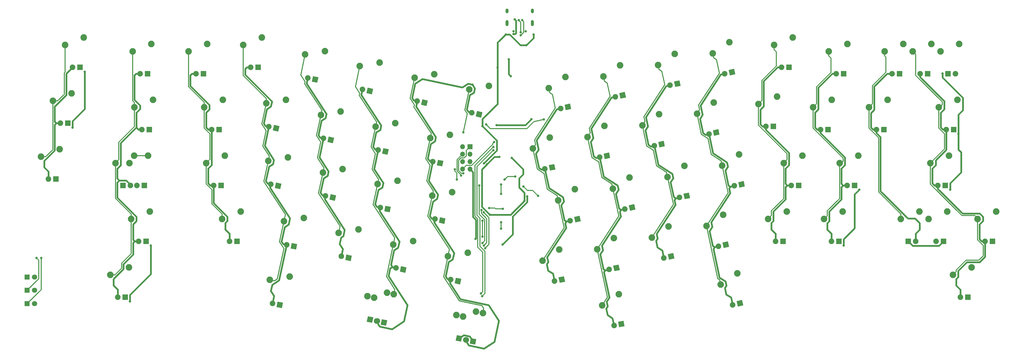
<source format=gbr>
G04 #@! TF.GenerationSoftware,KiCad,Pcbnew,5.1.9*
G04 #@! TF.CreationDate,2021-03-27T18:28:55-04:00*
G04 #@! TF.ProjectId,Cordillera,436f7264-696c-46c6-9572-612e6b696361,rev?*
G04 #@! TF.SameCoordinates,Original*
G04 #@! TF.FileFunction,Copper,L1,Top*
G04 #@! TF.FilePolarity,Positive*
%FSLAX46Y46*%
G04 Gerber Fmt 4.6, Leading zero omitted, Abs format (unit mm)*
G04 Created by KiCad (PCBNEW 5.1.9) date 2021-03-27 18:28:55*
%MOMM*%
%LPD*%
G01*
G04 APERTURE LIST*
G04 #@! TA.AperFunction,ComponentPad*
%ADD10O,1.000000X2.100000*%
G04 #@! TD*
G04 #@! TA.AperFunction,ComponentPad*
%ADD11O,1.000000X1.600000*%
G04 #@! TD*
G04 #@! TA.AperFunction,ComponentPad*
%ADD12O,1.700000X1.700000*%
G04 #@! TD*
G04 #@! TA.AperFunction,ComponentPad*
%ADD13R,1.700000X1.700000*%
G04 #@! TD*
G04 #@! TA.AperFunction,ComponentPad*
%ADD14C,1.800000*%
G04 #@! TD*
G04 #@! TA.AperFunction,ComponentPad*
%ADD15R,1.800000X1.800000*%
G04 #@! TD*
G04 #@! TA.AperFunction,ComponentPad*
%ADD16C,0.100000*%
G04 #@! TD*
G04 #@! TA.AperFunction,ComponentPad*
%ADD17C,1.905000*%
G04 #@! TD*
G04 #@! TA.AperFunction,ComponentPad*
%ADD18C,2.250000*%
G04 #@! TD*
G04 #@! TA.AperFunction,ComponentPad*
%ADD19R,1.905000X1.905000*%
G04 #@! TD*
G04 #@! TA.AperFunction,ViaPad*
%ADD20C,0.800000*%
G04 #@! TD*
G04 #@! TA.AperFunction,Conductor*
%ADD21C,0.600000*%
G04 #@! TD*
G04 #@! TA.AperFunction,Conductor*
%ADD22C,0.300000*%
G04 #@! TD*
G04 #@! TA.AperFunction,Conductor*
%ADD23C,0.200000*%
G04 #@! TD*
G04 APERTURE END LIST*
D10*
X155049998Y10000002D03*
X163689998Y10000002D03*
D11*
X155049998Y14180002D03*
X163689998Y14180002D03*
D12*
X139877591Y-39796639D03*
X142417591Y-39796639D03*
X139877591Y-37256639D03*
X142417591Y-37256639D03*
X139877591Y-34716639D03*
X142417591Y-34716639D03*
X139877591Y-32176639D03*
D13*
X142417591Y-32176639D03*
D14*
X-6010003Y-76620000D03*
D15*
X-8550003Y-76620000D03*
G04 #@! TA.AperFunction,ComponentPad*
D16*
G36*
X212334789Y-11774663D02*
G01*
X211938718Y-9911292D01*
X213802089Y-9515221D01*
X214198160Y-11378592D01*
X212334789Y-11774663D01*
G37*
G04 #@! TD.AperFunction*
D17*
X210583944Y-11173038D03*
D18*
X206515162Y-4247649D03*
X212198304Y-442914D03*
D19*
X56930000Y-26270000D03*
D17*
X54390000Y-26270000D03*
D18*
X51850000Y-18650000D03*
X58200000Y-16110000D03*
D19*
X305360000Y-7220000D03*
D17*
X307900000Y-7220000D03*
D18*
X302820000Y400000D03*
X309170000Y2940000D03*
G04 #@! TA.AperFunction,ComponentPad*
D16*
G36*
X88496335Y-9926688D02*
G01*
X88892406Y-8063317D01*
X90755777Y-8459388D01*
X90359706Y-10322759D01*
X88496335Y-9926688D01*
G37*
G04 #@! TD.AperFunction*
D17*
X87141561Y-8664942D03*
D18*
X86241353Y-683362D03*
X92980686Y480894D03*
D14*
X-6010006Y-85620000D03*
D15*
X-8550006Y-85620000D03*
D14*
X-6010005Y-81120000D03*
D15*
X-8550005Y-81120000D03*
D19*
X307310000Y-26270000D03*
D17*
X304770000Y-26270000D03*
D18*
X302230000Y-18650000D03*
X308580000Y-16110000D03*
D19*
X312070000Y-83470000D03*
D17*
X309530000Y-83470000D03*
D18*
X306990000Y-75850000D03*
X313340000Y-73310000D03*
G04 #@! TA.AperFunction,ComponentPad*
D16*
G36*
X233674789Y-86674663D02*
G01*
X233278718Y-84811292D01*
X235142089Y-84415221D01*
X235538160Y-86278592D01*
X233674789Y-86674663D01*
G37*
G04 #@! TD.AperFunction*
D17*
X231923944Y-86073038D03*
D18*
X227855162Y-79147649D03*
X233538304Y-75342914D03*
G04 #@! TA.AperFunction,ComponentPad*
D16*
G36*
X111986335Y-92826688D02*
G01*
X112382406Y-90963317D01*
X114245777Y-91359388D01*
X113849706Y-93222759D01*
X111986335Y-92826688D01*
G37*
G04 #@! TD.AperFunction*
D17*
X110631561Y-91564942D03*
D18*
X109731353Y-83583362D03*
X116470686Y-82419106D03*
G04 #@! TA.AperFunction,ComponentPad*
D16*
G36*
X107211840Y-91808592D02*
G01*
X107607911Y-89945221D01*
X109471282Y-90341292D01*
X109075211Y-92204663D01*
X107211840Y-91808592D01*
G37*
G04 #@! TD.AperFunction*
D17*
X110826056Y-91603038D03*
D18*
X107441353Y-83093362D03*
X114180686Y-81929106D03*
G04 #@! TA.AperFunction,ComponentPad*
D16*
G36*
X137511840Y-98248592D02*
G01*
X137907911Y-96385221D01*
X139771282Y-96781292D01*
X139375211Y-98644663D01*
X137511840Y-98248592D01*
G37*
G04 #@! TD.AperFunction*
D17*
X141126056Y-98043038D03*
D18*
X137741353Y-89533362D03*
X144480686Y-88369106D03*
G04 #@! TA.AperFunction,ComponentPad*
D16*
G36*
X193264789Y-93734663D02*
G01*
X192868718Y-91871292D01*
X194732089Y-91475221D01*
X195128160Y-93338592D01*
X193264789Y-93734663D01*
G37*
G04 #@! TD.AperFunction*
D17*
X191513944Y-93133038D03*
D18*
X187445162Y-86207649D03*
X193128304Y-82402914D03*
G04 #@! TA.AperFunction,ComponentPad*
D16*
G36*
X76456335Y-86806688D02*
G01*
X76852406Y-84943317D01*
X78715777Y-85339388D01*
X78319706Y-87202759D01*
X76456335Y-86806688D01*
G37*
G04 #@! TD.AperFunction*
D17*
X75101561Y-85544942D03*
D18*
X74201353Y-77563362D03*
X80940686Y-76399106D03*
D19*
X291780000Y-64370000D03*
D17*
X294320000Y-64370000D03*
D18*
X289240000Y-56750000D03*
X295590000Y-54210000D03*
D19*
X303840000Y-64370000D03*
D17*
X301300000Y-64370000D03*
D18*
X298760000Y-56750000D03*
X305110000Y-54210000D03*
D19*
X304430000Y-45320000D03*
D17*
X301890000Y-45320000D03*
D18*
X299350000Y-37700000D03*
X305700000Y-35160000D03*
D19*
X24130000Y-45320000D03*
D17*
X26670000Y-45320000D03*
D18*
X21590000Y-37700000D03*
X27940000Y-35160000D03*
D19*
X24890000Y-83420000D03*
D17*
X22350000Y-83420000D03*
D18*
X19810000Y-75800000D03*
X26160000Y-73260000D03*
D19*
X298380000Y-7220000D03*
D17*
X295840000Y-7220000D03*
D18*
X293300000Y400000D03*
X299650000Y2940000D03*
G04 #@! TA.AperFunction,ComponentPad*
D16*
G36*
X142306335Y-99266688D02*
G01*
X142702406Y-97403317D01*
X144565777Y-97799388D01*
X144169706Y-99662759D01*
X142306335Y-99266688D01*
G37*
G04 #@! TD.AperFunction*
D17*
X140951561Y-98004942D03*
D18*
X140051353Y-90023362D03*
X146790686Y-88859106D03*
D19*
X31430000Y-45320000D03*
D17*
X28890000Y-45320000D03*
D18*
X26350000Y-37700000D03*
X32700000Y-35160000D03*
D19*
X33120000Y-26270000D03*
D17*
X30580000Y-26270000D03*
D18*
X28040000Y-18650000D03*
X34390000Y-16110000D03*
D19*
X32030000Y-64370000D03*
D17*
X29490000Y-64370000D03*
D18*
X26950000Y-56750000D03*
X33300000Y-54210000D03*
D19*
X320510000Y-64370000D03*
D17*
X317970000Y-64370000D03*
D18*
X315430000Y-56750000D03*
X321780000Y-54210000D03*
D19*
X283490000Y-26270000D03*
D17*
X280950000Y-26270000D03*
D18*
X278410000Y-18650000D03*
X284760000Y-16110000D03*
D19*
X288850000Y-7220000D03*
D17*
X286310000Y-7220000D03*
D18*
X283770000Y400000D03*
X290120000Y2940000D03*
D19*
X268120000Y-64370000D03*
D17*
X265580000Y-64370000D03*
D18*
X263040000Y-56750000D03*
X269390000Y-54210000D03*
D19*
X273480000Y-45320000D03*
D17*
X270940000Y-45320000D03*
D18*
X268400000Y-37700000D03*
X274750000Y-35160000D03*
D19*
X264440000Y-26270000D03*
D17*
X261900000Y-26270000D03*
D18*
X259360000Y-18650000D03*
X265710000Y-16110000D03*
D19*
X269800000Y-7220000D03*
D17*
X267260000Y-7220000D03*
D18*
X264720000Y400000D03*
X271070000Y2940000D03*
D19*
X249070000Y-64370000D03*
D17*
X246530000Y-64370000D03*
D18*
X243990000Y-56750000D03*
X250340000Y-54210000D03*
D19*
X254430000Y-45320000D03*
D17*
X251890000Y-45320000D03*
D18*
X249350000Y-37700000D03*
X255700000Y-35160000D03*
D19*
X245810000Y-25210000D03*
D17*
X243270000Y-25210000D03*
D18*
X240730000Y-17590000D03*
X247080000Y-15050000D03*
D19*
X251170000Y-5080000D03*
D17*
X248630000Y-5080000D03*
D18*
X246090000Y2540000D03*
X252440000Y5080000D03*
G04 #@! TA.AperFunction,ComponentPad*
D16*
G36*
X228864789Y-66684663D02*
G01*
X228468718Y-64821292D01*
X230332089Y-64425221D01*
X230728160Y-66288592D01*
X228864789Y-66684663D01*
G37*
G04 #@! TD.AperFunction*
D17*
X227113944Y-66083038D03*
D18*
X223045162Y-59157649D03*
X228728304Y-55352914D03*
G04 #@! TA.AperFunction,ComponentPad*
D16*
G36*
X234224789Y-46074663D02*
G01*
X233828718Y-44211292D01*
X235692089Y-43815221D01*
X236088160Y-45678592D01*
X234224789Y-46074663D01*
G37*
G04 #@! TD.AperFunction*
D17*
X232473944Y-45473038D03*
D18*
X228405162Y-38547649D03*
X234088304Y-34742914D03*
G04 #@! TA.AperFunction,ComponentPad*
D16*
G36*
X225604789Y-28424663D02*
G01*
X225208718Y-26561292D01*
X227072089Y-26165221D01*
X227468160Y-28028592D01*
X225604789Y-28424663D01*
G37*
G04 #@! TD.AperFunction*
D17*
X223853944Y-27823038D03*
D18*
X219785162Y-20897649D03*
X225468304Y-17092914D03*
G04 #@! TA.AperFunction,ComponentPad*
D16*
G36*
X230964789Y-7814663D02*
G01*
X230568718Y-5951292D01*
X232432089Y-5555221D01*
X232828160Y-7418592D01*
X230964789Y-7814663D01*
G37*
G04 #@! TD.AperFunction*
D17*
X229213944Y-7213038D03*
D18*
X225145162Y-287649D03*
X230828304Y3517086D03*
G04 #@! TA.AperFunction,ComponentPad*
D16*
G36*
X210234789Y-70644663D02*
G01*
X209838718Y-68781292D01*
X211702089Y-68385221D01*
X212098160Y-70248592D01*
X210234789Y-70644663D01*
G37*
G04 #@! TD.AperFunction*
D17*
X208483944Y-70043038D03*
D18*
X204415162Y-63117649D03*
X210098304Y-59312914D03*
G04 #@! TA.AperFunction,ComponentPad*
D16*
G36*
X215594789Y-50034663D02*
G01*
X215198718Y-48171292D01*
X217062089Y-47775221D01*
X217458160Y-49638592D01*
X215594789Y-50034663D01*
G37*
G04 #@! TD.AperFunction*
D17*
X213843944Y-49433038D03*
D18*
X209775162Y-42507649D03*
X215458304Y-38702914D03*
G04 #@! TA.AperFunction,ComponentPad*
D16*
G36*
X206974789Y-32384663D02*
G01*
X206578718Y-30521292D01*
X208442089Y-30125221D01*
X208838160Y-31988592D01*
X206974789Y-32384663D01*
G37*
G04 #@! TD.AperFunction*
D17*
X205223944Y-31783038D03*
D18*
X201155162Y-24857649D03*
X206838304Y-21052914D03*
G04 #@! TA.AperFunction,ComponentPad*
D16*
G36*
X191594789Y-74604663D02*
G01*
X191198718Y-72741292D01*
X193062089Y-72345221D01*
X193458160Y-74208592D01*
X191594789Y-74604663D01*
G37*
G04 #@! TD.AperFunction*
D17*
X189843944Y-74003038D03*
D18*
X185775162Y-67077649D03*
X191458304Y-63272914D03*
G04 #@! TA.AperFunction,ComponentPad*
D16*
G36*
X196954789Y-53994663D02*
G01*
X196558718Y-52131292D01*
X198422089Y-51735221D01*
X198818160Y-53598592D01*
X196954789Y-53994663D01*
G37*
G04 #@! TD.AperFunction*
D17*
X195203944Y-53393038D03*
D18*
X191135162Y-46467649D03*
X196818304Y-42662914D03*
G04 #@! TA.AperFunction,ComponentPad*
D16*
G36*
X188334789Y-36344663D02*
G01*
X187938718Y-34481292D01*
X189802089Y-34085221D01*
X190198160Y-35948592D01*
X188334789Y-36344663D01*
G37*
G04 #@! TD.AperFunction*
D17*
X186583944Y-35743038D03*
D18*
X182515162Y-28817649D03*
X188198304Y-25012914D03*
G04 #@! TA.AperFunction,ComponentPad*
D16*
G36*
X193694789Y-15734663D02*
G01*
X193298718Y-13871292D01*
X195162089Y-13475221D01*
X195558160Y-15338592D01*
X193694789Y-15734663D01*
G37*
G04 #@! TD.AperFunction*
D17*
X191943944Y-15133038D03*
D18*
X187875162Y-8207649D03*
X193558304Y-4402914D03*
G04 #@! TA.AperFunction,ComponentPad*
D16*
G36*
X172964789Y-78564663D02*
G01*
X172568718Y-76701292D01*
X174432089Y-76305221D01*
X174828160Y-78168592D01*
X172964789Y-78564663D01*
G37*
G04 #@! TD.AperFunction*
D17*
X171213944Y-77963038D03*
D18*
X167145162Y-71037649D03*
X172828304Y-67232914D03*
G04 #@! TA.AperFunction,ComponentPad*
D16*
G36*
X178324789Y-57954663D02*
G01*
X177928718Y-56091292D01*
X179792089Y-55695221D01*
X180188160Y-57558592D01*
X178324789Y-57954663D01*
G37*
G04 #@! TD.AperFunction*
D17*
X176573944Y-57353038D03*
D18*
X172505162Y-50427649D03*
X178188304Y-46622914D03*
G04 #@! TA.AperFunction,ComponentPad*
D16*
G36*
X169704789Y-40304663D02*
G01*
X169308718Y-38441292D01*
X171172089Y-38045221D01*
X171568160Y-39908592D01*
X169704789Y-40304663D01*
G37*
G04 #@! TD.AperFunction*
D17*
X167953944Y-39703038D03*
D18*
X163885162Y-32777649D03*
X169568304Y-28972914D03*
G04 #@! TA.AperFunction,ComponentPad*
D16*
G36*
X175064789Y-19694663D02*
G01*
X174668718Y-17831292D01*
X176532089Y-17435221D01*
X176928160Y-19298592D01*
X175064789Y-19694663D01*
G37*
G04 #@! TD.AperFunction*
D17*
X173313944Y-19093038D03*
D18*
X169245162Y-12167649D03*
X174928304Y-8362914D03*
G04 #@! TA.AperFunction,ComponentPad*
D16*
G36*
X144396335Y-21806688D02*
G01*
X144792406Y-19943317D01*
X146655777Y-20339388D01*
X146259706Y-22202759D01*
X144396335Y-21806688D01*
G37*
G04 #@! TD.AperFunction*
D17*
X143041561Y-20544942D03*
D18*
X142141353Y-12563362D03*
X148880686Y-11399106D03*
G04 #@! TA.AperFunction,ComponentPad*
D16*
G36*
X137166335Y-78696688D02*
G01*
X137562406Y-76833317D01*
X139425777Y-77229388D01*
X139029706Y-79092759D01*
X137166335Y-78696688D01*
G37*
G04 #@! TD.AperFunction*
D17*
X135811561Y-77434942D03*
D18*
X134911353Y-69453362D03*
X141650686Y-68289106D03*
G04 #@! TA.AperFunction,ComponentPad*
D16*
G36*
X131816335Y-58086688D02*
G01*
X132212406Y-56223317D01*
X134075777Y-56619388D01*
X133679706Y-58482759D01*
X131816335Y-58086688D01*
G37*
G04 #@! TD.AperFunction*
D17*
X130461561Y-56824942D03*
D18*
X129561353Y-48843362D03*
X136300686Y-47679106D03*
G04 #@! TA.AperFunction,ComponentPad*
D16*
G36*
X131116335Y-38456688D02*
G01*
X131512406Y-36593317D01*
X133375777Y-36989388D01*
X132979706Y-38852759D01*
X131116335Y-38456688D01*
G37*
G04 #@! TD.AperFunction*
D17*
X129761561Y-37194942D03*
D18*
X128861353Y-29213362D03*
X135600686Y-28049106D03*
G04 #@! TA.AperFunction,ComponentPad*
D16*
G36*
X125766335Y-17846688D02*
G01*
X126162406Y-15983317D01*
X128025777Y-16379388D01*
X127629706Y-18242759D01*
X125766335Y-17846688D01*
G37*
G04 #@! TD.AperFunction*
D17*
X124411561Y-16584942D03*
D18*
X123511353Y-8603362D03*
X130250686Y-7439106D03*
G04 #@! TA.AperFunction,ComponentPad*
D16*
G36*
X118536335Y-74736688D02*
G01*
X118932406Y-72873317D01*
X120795777Y-73269388D01*
X120399706Y-75132759D01*
X118536335Y-74736688D01*
G37*
G04 #@! TD.AperFunction*
D17*
X117181561Y-73474942D03*
D18*
X116281353Y-65493362D03*
X123020686Y-64329106D03*
G04 #@! TA.AperFunction,ComponentPad*
D16*
G36*
X113186335Y-54126688D02*
G01*
X113582406Y-52263317D01*
X115445777Y-52659388D01*
X115049706Y-54522759D01*
X113186335Y-54126688D01*
G37*
G04 #@! TD.AperFunction*
D17*
X111831561Y-52864942D03*
D18*
X110931353Y-44883362D03*
X117670686Y-43719106D03*
G04 #@! TA.AperFunction,ComponentPad*
D16*
G36*
X112486335Y-34496688D02*
G01*
X112882406Y-32633317D01*
X114745777Y-33029388D01*
X114349706Y-34892759D01*
X112486335Y-34496688D01*
G37*
G04 #@! TD.AperFunction*
D17*
X111131561Y-33234942D03*
D18*
X110231353Y-25253362D03*
X116970686Y-24089106D03*
G04 #@! TA.AperFunction,ComponentPad*
D16*
G36*
X107126335Y-13886688D02*
G01*
X107522406Y-12023317D01*
X109385777Y-12419388D01*
X108989706Y-14282759D01*
X107126335Y-13886688D01*
G37*
G04 #@! TD.AperFunction*
D17*
X105771561Y-12624942D03*
D18*
X104871353Y-4643362D03*
X111610686Y-3479106D03*
G04 #@! TA.AperFunction,ComponentPad*
D16*
G36*
X99896335Y-70776688D02*
G01*
X100292406Y-68913317D01*
X102155777Y-69309388D01*
X101759706Y-71172759D01*
X99896335Y-70776688D01*
G37*
G04 #@! TD.AperFunction*
D17*
X98541561Y-69514942D03*
D18*
X97641353Y-61533362D03*
X104380686Y-60369106D03*
G04 #@! TA.AperFunction,ComponentPad*
D16*
G36*
X94546335Y-50166688D02*
G01*
X94942406Y-48303317D01*
X96805777Y-48699388D01*
X96409706Y-50562759D01*
X94546335Y-50166688D01*
G37*
G04 #@! TD.AperFunction*
D17*
X93191561Y-48904942D03*
D18*
X92291353Y-40923362D03*
X99030686Y-39759106D03*
G04 #@! TA.AperFunction,ComponentPad*
D16*
G36*
X93846335Y-30536688D02*
G01*
X94242406Y-28673317D01*
X96105777Y-29069388D01*
X95709706Y-30932759D01*
X93846335Y-30536688D01*
G37*
G04 #@! TD.AperFunction*
D17*
X92491561Y-29274942D03*
D18*
X91591353Y-21293362D03*
X98330686Y-20129106D03*
G04 #@! TA.AperFunction,ComponentPad*
D16*
G36*
X81266335Y-66816688D02*
G01*
X81662406Y-64953317D01*
X83525777Y-65349388D01*
X83129706Y-67212759D01*
X81266335Y-66816688D01*
G37*
G04 #@! TD.AperFunction*
D17*
X79911561Y-65554942D03*
D18*
X79011353Y-57573362D03*
X85750686Y-56409106D03*
G04 #@! TA.AperFunction,ComponentPad*
D16*
G36*
X75916335Y-46206688D02*
G01*
X76312406Y-44343317D01*
X78175777Y-44739388D01*
X77779706Y-46602759D01*
X75916335Y-46206688D01*
G37*
G04 #@! TD.AperFunction*
D17*
X74561561Y-44944942D03*
D18*
X73661353Y-36963362D03*
X80400686Y-35799106D03*
G04 #@! TA.AperFunction,ComponentPad*
D16*
G36*
X75216335Y-26576688D02*
G01*
X75612406Y-24713317D01*
X77475777Y-25109388D01*
X77079706Y-26972759D01*
X75216335Y-26576688D01*
G37*
G04 #@! TD.AperFunction*
D17*
X73861561Y-25314942D03*
D18*
X72961353Y-17333362D03*
X79700686Y-16169106D03*
D19*
X70210000Y-5080000D03*
D17*
X67670000Y-5080000D03*
D18*
X65130000Y2540000D03*
X71480000Y5080000D03*
D19*
X62980000Y-64370000D03*
D17*
X60440000Y-64370000D03*
D18*
X57900000Y-56750000D03*
X64250000Y-54210000D03*
D19*
X57630000Y-45320000D03*
D17*
X55090000Y-45320000D03*
D18*
X52550000Y-37700000D03*
X58900000Y-35160000D03*
D19*
X51570000Y-7220000D03*
D17*
X49030000Y-7220000D03*
D18*
X46490000Y400000D03*
X52840000Y2940000D03*
D19*
X32520000Y-7220000D03*
D17*
X29980000Y-7220000D03*
D18*
X27440000Y400000D03*
X33790000Y2940000D03*
D19*
X1270000Y-43180000D03*
D17*
X-1270000Y-43180000D03*
D18*
X-3810000Y-35560000D03*
X2540000Y-33020000D03*
D19*
X5340000Y-24130000D03*
D17*
X2800000Y-24130000D03*
D18*
X260000Y-16510000D03*
X6610000Y-13970000D03*
D19*
X9500000Y-5080000D03*
D17*
X6960000Y-5080000D03*
D18*
X4420000Y2540000D03*
X10770000Y5080000D03*
D20*
X160999998Y-50639999D03*
X156659994Y-35940000D03*
X149179995Y-55365000D03*
X148218127Y-38164852D03*
X152417498Y-35616546D03*
X150657091Y-30550402D03*
X152979996Y-44999999D03*
X152979997Y-48229999D03*
X154609994Y6142500D03*
X161649998Y2502500D03*
X164126244Y6143750D03*
X151847498Y-5159997D03*
X147210093Y-37792889D03*
X146670090Y-25152889D03*
X161930000Y-49072501D03*
X153490090Y-65542889D03*
X144328662Y-63595568D03*
X155657498Y-2299999D03*
X156317494Y-8120497D03*
X143249444Y-10960886D03*
X160659663Y-45729665D03*
X165615732Y-48898074D03*
X153047591Y-57866639D03*
X153047591Y-60106639D03*
X157209994Y6260001D03*
X157692994Y11281000D03*
X157214998Y7255000D03*
X159722223Y5867773D03*
X159720647Y6913427D03*
X160232994Y11027000D03*
X158997718Y11023913D03*
X140112749Y-41217817D03*
X139377591Y-41936639D03*
X137922820Y-43281552D03*
X137266583Y-39866639D03*
X308924992Y-27764998D03*
X306064990Y-46814999D03*
X275084991Y-46814999D03*
X269734995Y-65865000D03*
X33639993Y-65860001D03*
X26499992Y-84919999D03*
X11079996Y-6580001D03*
X6949997Y-25620002D03*
X163365978Y-22731030D03*
X303469996Y-7140000D03*
X151507495Y-24810001D03*
X167590357Y-22860360D03*
X154239996Y-43330000D03*
X157851380Y-42281387D03*
X147911383Y-24531599D03*
X161434998Y7255000D03*
X140149660Y-27217792D03*
X146645754Y-64998476D03*
X145579498Y-45326639D03*
X147143015Y-65861215D03*
X146319998Y-53776639D03*
X-5344717Y-70083669D03*
X147603093Y-66741137D03*
X147060498Y-54506639D03*
X-3744718Y-70083669D03*
X150357591Y-33366639D03*
X146598607Y-83105623D03*
X150348045Y-32256639D03*
X146142554Y-82181602D03*
X148917591Y-53036639D03*
X146646947Y-62815995D03*
X146663464Y-57346937D03*
X153617591Y-53276639D03*
D21*
X160999998Y-50639999D02*
X160999993Y-47860000D01*
X156659994Y-35940000D02*
X160539996Y-39820000D01*
X160539996Y-39820000D02*
X160539998Y-41560000D01*
X159189994Y-42910000D02*
X159189995Y-46050001D01*
X160539998Y-41560000D02*
X159189994Y-42910000D01*
X159189995Y-46050001D02*
X160999993Y-47860000D01*
X146469998Y-52655002D02*
X149179995Y-55365000D01*
X146469997Y-39912983D02*
X148218127Y-38164852D01*
X146469998Y-41882794D02*
X146469997Y-39912983D01*
X146469998Y-41882794D02*
X146469998Y-52655002D01*
X148218127Y-38164852D02*
X150766340Y-35616639D01*
X152417405Y-35616639D02*
X152417498Y-35616546D01*
X150766340Y-35616639D02*
X152417405Y-35616639D01*
D22*
X141157591Y-38516639D02*
X139877591Y-39796639D01*
X143037591Y-38516639D02*
X141157591Y-38516639D01*
X150257092Y-31297138D02*
X149657591Y-31896639D01*
X150657091Y-30550402D02*
X150257092Y-30950401D01*
X149657591Y-31896639D02*
X143037591Y-38516639D01*
X150257092Y-30950401D02*
X150257092Y-31297138D01*
D21*
X156274997Y-55365000D02*
X160999998Y-50639999D01*
X149179995Y-55365000D02*
X156274997Y-55365000D01*
D22*
X152979996Y-44999999D02*
X152979997Y-48229999D01*
D21*
X154609994Y6142500D02*
X155859994Y6142501D01*
X156009552Y6142500D02*
X155859994Y6142501D01*
X159649554Y2502502D02*
X156009552Y6142500D01*
X161649998Y2502500D02*
X159649554Y2502502D01*
X164126246Y4978750D02*
X161649998Y2502500D01*
X164126244Y6143750D02*
X164126246Y4978750D01*
X151847494Y3380001D02*
X152207494Y3740001D01*
X151847498Y-5159997D02*
X151847494Y3380001D01*
X154609994Y6142500D02*
X152207494Y3740001D01*
X151847498Y-5159997D02*
X151847497Y-17555483D01*
X146670090Y-22732889D02*
X147295092Y-22107890D01*
X146670090Y-25152889D02*
X146670090Y-22732889D01*
X151847497Y-17555483D02*
X147295092Y-22107890D01*
X161930000Y-49072501D02*
X161930000Y-51042982D01*
X161930000Y-51042982D02*
X157000090Y-55972889D01*
X157000090Y-55972889D02*
X157000090Y-62032889D01*
X157000090Y-62032889D02*
X153490090Y-65542889D01*
X147210093Y-37792889D02*
X151547591Y-33455391D01*
X151547591Y-30030390D02*
X146670090Y-25152889D01*
X151547591Y-33455391D02*
X151547591Y-30030390D01*
X143447081Y-40826129D02*
X142417591Y-39796639D01*
X143447081Y-56131946D02*
X143447081Y-40826129D01*
X144447081Y-57131945D02*
X143447081Y-56131946D01*
X144447081Y-63477149D02*
X144447081Y-57131945D01*
X144328662Y-63595568D02*
X144447081Y-63477149D01*
X1452955Y-24130000D02*
X900502Y-23577545D01*
X2799993Y-24130000D02*
X1452955Y-24130000D01*
X900502Y-23577545D02*
X900503Y-18429489D01*
X900503Y-18429489D02*
X4809995Y-14520000D01*
X4809993Y-7229999D02*
X6959994Y-5080001D01*
X4809995Y-14520000D02*
X4809993Y-7229999D01*
X-1270008Y-43179999D02*
X-1270004Y-40609998D01*
X-1270004Y-40609998D02*
X-2670005Y-39210000D01*
X-2670005Y-39210000D02*
X-2670007Y-36989999D01*
X900505Y-24682451D02*
X1452955Y-24130000D01*
X900508Y-33419492D02*
X900505Y-24682451D01*
X-2670007Y-36989999D02*
X900508Y-33419492D01*
X28142951Y-64370000D02*
X27590500Y-64922451D01*
X29489989Y-64370000D02*
X28142951Y-64370000D01*
X27590500Y-64922451D02*
X27590504Y-68925306D01*
X20949998Y-77229998D02*
X20949999Y-79449998D01*
X22349994Y-80849997D02*
X22349992Y-83420000D01*
X20949999Y-79449998D02*
X22349994Y-80849997D01*
X20949998Y-77229998D02*
X24359998Y-73820001D01*
X24359995Y-72155815D02*
X27590504Y-68925306D01*
X24359998Y-73820001D02*
X24359995Y-72155815D01*
X28680501Y-20559488D02*
X29979996Y-19259998D01*
X28680504Y-25554693D02*
X28680501Y-20559488D01*
X29395811Y-26270000D02*
X28680504Y-25554693D01*
X30579992Y-26270001D02*
X29395811Y-26270000D01*
X28142951Y-64370000D02*
X27590504Y-63817548D01*
X27590506Y-58659493D02*
X28749996Y-57500000D01*
X28749996Y-57500000D02*
X28749994Y-55980001D01*
X27590504Y-63817548D02*
X27590506Y-58659493D01*
X28749994Y-55980001D02*
X22230503Y-49460509D01*
X22230504Y-39629487D02*
X23389995Y-38470000D01*
X23389996Y-30845199D02*
X28680504Y-25554693D01*
X23389995Y-38470000D02*
X23389996Y-30845199D01*
X22230510Y-44359491D02*
X22230504Y-44579491D01*
X22900000Y-43690000D02*
X22230510Y-44359491D01*
X22230503Y-49460509D02*
X22230504Y-44579491D01*
X22230510Y-43020509D02*
X22900000Y-43690000D01*
X22230504Y-39629487D02*
X22230510Y-43020509D01*
X25287896Y-43690000D02*
X22900000Y-43690000D01*
X26669992Y-45319998D02*
X26669992Y-45072099D01*
X26669992Y-45072099D02*
X25287896Y-43690000D01*
X53649995Y-17900000D02*
X53649995Y-19399997D01*
X54389994Y-26269999D02*
X54389991Y-38409999D01*
X53649995Y-19399997D02*
X52490502Y-20559492D01*
X52490502Y-20559492D02*
X52490508Y-25564692D01*
X54389994Y-26269999D02*
X53195815Y-26269998D01*
X53195815Y-26269998D02*
X52490508Y-25564692D01*
X54389991Y-38409999D02*
X53190502Y-39609491D01*
X53190502Y-39609491D02*
X53190507Y-44614692D01*
X55089993Y-45319999D02*
X53895810Y-45319996D01*
X53895810Y-45319996D02*
X53190507Y-44614692D01*
X55089993Y-45319999D02*
X55089993Y-51390001D01*
X55089993Y-51390001D02*
X59699994Y-56000000D01*
X59699994Y-56000000D02*
X59699992Y-57500001D01*
X59699992Y-57500001D02*
X59039993Y-58159998D01*
X59039993Y-58159998D02*
X59039993Y-60399998D01*
X60439998Y-61800001D02*
X60439993Y-64370002D01*
X59039993Y-60399998D02*
X60439998Y-61800001D01*
X73861558Y-25314941D02*
X72697659Y-25067547D01*
X72697659Y-25067547D02*
X72151107Y-24225928D01*
X72151107Y-24225928D02*
X73192072Y-19328573D01*
X73192072Y-19328573D02*
X74566369Y-18436095D01*
X74925597Y-16746061D02*
X74924744Y-16744751D01*
X74566369Y-18436095D02*
X74925597Y-16746061D01*
X73861558Y-25314941D02*
X72475676Y-31834994D01*
X72475676Y-31834994D02*
X75579127Y-36613885D01*
X75579127Y-36613885D02*
X75271413Y-38061545D01*
X79911556Y-65554942D02*
X77334033Y-77681231D01*
X77334033Y-77681231D02*
X75027217Y-79179292D01*
X75027217Y-79179292D02*
X74561496Y-81370345D01*
X75636900Y-83026327D02*
X75101553Y-85544941D01*
X74561496Y-81370345D02*
X75636900Y-83026327D01*
X74561558Y-44944940D02*
X73397162Y-44697441D01*
X73397162Y-44697441D02*
X72850998Y-43856430D01*
X73892383Y-38957098D02*
X75271413Y-38061545D01*
X72850998Y-43856430D02*
X73892383Y-38957098D01*
X87141558Y-8664942D02*
X86746316Y-10524410D01*
X86746316Y-10524410D02*
X93502170Y-20927512D01*
X93502170Y-20927512D02*
X93188219Y-22404515D01*
X92491557Y-29274937D02*
X91331422Y-29028349D01*
X91331422Y-29028349D02*
X90781905Y-28182165D01*
X91821299Y-23292204D02*
X93188219Y-22404515D01*
X90781905Y-28182165D02*
X91821299Y-23292204D01*
X92491557Y-29274937D02*
X91106478Y-35791229D01*
X91106478Y-35791229D02*
X94205133Y-40562744D01*
X94205133Y-40562744D02*
X93893270Y-42029965D01*
X93893270Y-42029965D02*
X92521612Y-42920725D01*
X92521612Y-42920725D02*
X91481800Y-47812666D01*
X93191555Y-48904942D02*
X92030928Y-48658242D01*
X92030928Y-48658242D02*
X91481800Y-47812666D01*
X92944857Y-50065573D02*
X93191555Y-48904942D01*
X99077295Y-66994482D02*
X97998075Y-65332621D01*
X98541560Y-69514942D02*
X99077295Y-66994482D01*
X97998075Y-65332621D02*
X98461712Y-63151354D01*
X98461712Y-63151354D02*
X99244516Y-62642997D01*
X74314059Y-46109336D02*
X74561558Y-44944940D01*
X79911556Y-65554942D02*
X78746321Y-65307263D01*
X78746321Y-65307263D02*
X78200822Y-64467268D01*
X78200822Y-64467268D02*
X79241442Y-59571553D01*
X79241442Y-59571553D02*
X80622666Y-58674577D01*
X110826050Y-91603038D02*
X110732648Y-92042460D01*
X110732648Y-92042460D02*
X111642681Y-93443791D01*
X111642681Y-93443791D02*
X115837872Y-94335507D01*
X116511495Y-67491279D02*
X117890084Y-66596012D01*
X116022039Y-73228478D02*
X115472035Y-72381555D01*
X115472035Y-72381555D02*
X116511495Y-67491279D01*
X117181557Y-73474940D02*
X116022039Y-73228478D01*
X81079203Y-56526744D02*
X74314059Y-46109336D01*
X80622666Y-58674577D02*
X81079203Y-56526744D01*
X99705207Y-60475599D02*
X92944857Y-50065573D01*
X99244516Y-62642997D02*
X99705207Y-60475599D01*
X111831556Y-52864939D02*
X110663092Y-52616579D01*
X110663092Y-52616579D02*
X110120135Y-51780502D01*
X110120135Y-51780502D02*
X111160366Y-46886602D01*
X111160366Y-46886602D02*
X112536761Y-45992762D01*
X112536761Y-45992762D02*
X112846546Y-44535322D01*
X109744809Y-39759066D02*
X112846546Y-44535322D01*
X111131557Y-33234940D02*
X109744809Y-39759066D01*
X105771553Y-12624939D02*
X105379196Y-14470865D01*
X105379196Y-14470865D02*
X112145659Y-24890309D01*
X112145659Y-24890309D02*
X111833793Y-26357530D01*
X111833793Y-26357530D02*
X110462136Y-27248297D01*
X110462136Y-27248297D02*
X109422320Y-32140221D01*
X111131557Y-33234940D02*
X109973372Y-32988760D01*
X109973372Y-32988760D02*
X109422320Y-32140221D01*
X111831556Y-52864939D02*
X111583190Y-54033410D01*
X118346621Y-64448180D02*
X117890084Y-66596012D01*
X111583190Y-54033410D02*
X118346621Y-64448180D01*
X124411554Y-16584941D02*
X124015447Y-18448480D01*
X124015447Y-18448480D02*
X130777296Y-28860808D01*
X130777296Y-28860808D02*
X130467502Y-30318248D01*
X135811554Y-77434941D02*
X134646017Y-77187199D01*
X134646017Y-77187199D02*
X134100755Y-76347571D01*
X134100755Y-76347571D02*
X135140727Y-71454908D01*
X135140727Y-71454908D02*
X136511940Y-70564430D01*
X130461559Y-56824942D02*
X129296855Y-56577378D01*
X129296855Y-56577378D02*
X128750936Y-55736736D01*
X128750936Y-55736736D02*
X129791671Y-50840449D01*
X129791671Y-50840449D02*
X131160689Y-49951401D01*
X131160689Y-49951401D02*
X131472556Y-48484178D01*
X128375610Y-43715301D02*
X129761559Y-37194941D01*
X131472556Y-48484178D02*
X128375610Y-43715301D01*
X129761559Y-37194941D02*
X128597356Y-36947482D01*
X128597356Y-36947482D02*
X128051040Y-36106237D01*
X129091357Y-31211925D02*
X130467502Y-30318248D01*
X128051040Y-36106237D02*
X129091357Y-31211925D01*
X141037580Y-98459259D02*
X141126055Y-98043036D01*
X141966239Y-99889263D02*
X141037580Y-98459259D01*
X147138596Y-100988682D02*
X141966239Y-99889263D01*
X135563816Y-78600479D02*
X139159532Y-84137397D01*
X135811554Y-77434941D02*
X135563816Y-78600479D01*
X150696778Y-98677972D02*
X147138596Y-100988682D01*
X152230788Y-91461001D02*
X148806400Y-86187900D01*
X150696778Y-98677972D02*
X152230788Y-91461001D01*
X139159532Y-84137397D02*
X148806400Y-86187900D01*
X130461559Y-56824942D02*
X130213991Y-57989643D01*
X136972634Y-68397036D02*
X136511940Y-70564430D01*
X130213991Y-57989643D02*
X136972634Y-68397036D01*
X301889992Y-45320001D02*
X301889992Y-46524184D01*
X301889992Y-46524184D02*
X310315808Y-54949998D01*
X310315808Y-54949998D02*
X316179992Y-54950001D01*
X316179992Y-54950001D02*
X317229993Y-56000001D01*
X317229993Y-56000001D02*
X317229997Y-57500001D01*
X317969995Y-64369999D02*
X316775811Y-64369998D01*
X316775811Y-64369998D02*
X316070506Y-63664697D01*
X316070507Y-58659490D02*
X317229997Y-57500001D01*
X316070506Y-63664697D02*
X316070507Y-58659490D01*
X300685805Y-45319999D02*
X301889992Y-45320001D01*
X304769996Y-33185817D02*
X301149996Y-36805817D01*
X304769992Y-26269998D02*
X304769996Y-33185817D01*
X301149996Y-36805817D02*
X301149989Y-38450003D01*
X301149989Y-38450003D02*
X299990501Y-39609487D01*
X299990501Y-39609487D02*
X299990507Y-44624697D01*
X299990507Y-44624697D02*
X300685805Y-45319999D01*
X286309991Y-7219999D02*
X284569995Y-7220003D01*
X284569995Y-7220003D02*
X280209997Y-11580001D01*
X280209991Y-19523087D02*
X279050502Y-20682575D01*
X280209997Y-11580001D02*
X280209991Y-19523087D01*
X280949996Y-26270000D02*
X279755808Y-26270000D01*
X279050502Y-25564695D02*
X279050502Y-20682575D01*
X279755808Y-26270000D02*
X279050502Y-25564695D01*
X280949996Y-26270000D02*
X280949997Y-27464186D01*
X291659992Y-56619999D02*
X294149992Y-56620000D01*
X294149992Y-56620000D02*
X295709995Y-58180002D01*
X295709995Y-58180002D02*
X295709991Y-60409998D01*
X294319993Y-61799998D02*
X294319991Y-64369998D01*
X295709991Y-60409998D02*
X294319993Y-61799998D01*
X317969995Y-64369999D02*
X317969992Y-69670000D01*
X317969992Y-69670000D02*
X316129992Y-71510001D01*
X316129992Y-71510001D02*
X311789993Y-71509998D01*
X311789993Y-71509998D02*
X308789994Y-74510000D01*
X308789994Y-74510000D02*
X308789991Y-76599999D01*
X308789991Y-76599999D02*
X308129991Y-77259998D01*
X308129991Y-77259998D02*
X308129992Y-79500001D01*
X309529993Y-80900003D02*
X309529998Y-83470000D01*
X308129992Y-79500001D02*
X309529993Y-80900003D01*
X282340501Y-28854696D02*
X282340504Y-47300511D01*
X280949997Y-27464186D02*
X282340501Y-28854696D01*
X282340504Y-47300511D02*
X291659992Y-56619999D01*
X260715809Y-26269999D02*
X260000503Y-25554696D01*
X260000503Y-20559489D02*
X261159991Y-19399999D01*
X260000503Y-25554696D02*
X260000503Y-20559489D01*
X261899992Y-26269997D02*
X260715809Y-26269999D01*
X270199991Y-38449999D02*
X269040507Y-39609487D01*
X269040505Y-44767548D02*
X269040507Y-39609487D01*
X269592961Y-45319999D02*
X269040505Y-44767548D01*
X270939999Y-45320000D02*
X269592961Y-45319999D01*
X265579991Y-64369997D02*
X265579993Y-61800001D01*
X265579993Y-61800001D02*
X264179992Y-60399998D01*
X264179992Y-60399998D02*
X264179996Y-58180001D01*
X264179996Y-58180001D02*
X264839992Y-57520001D01*
X264839992Y-57520001D02*
X264839992Y-54264824D01*
X264839992Y-54264824D02*
X269040506Y-50064312D01*
X269040506Y-45872452D02*
X269592961Y-45319999D01*
X269040506Y-50064312D02*
X269040506Y-45872452D01*
X304769992Y-26269998D02*
X303585809Y-26269999D01*
X303585809Y-26269999D02*
X302870507Y-25554695D01*
X302870507Y-25554695D02*
X302870501Y-20559491D01*
X302870501Y-20559491D02*
X304029992Y-19400001D01*
X295839998Y-7220000D02*
X295839995Y-8404187D01*
X304029991Y-16594185D02*
X304029992Y-19400001D01*
X295839995Y-8404187D02*
X304029991Y-16594185D01*
X66322954Y-5079997D02*
X65770502Y-5632450D01*
X67669996Y-5080001D02*
X66322954Y-5079997D01*
X65770504Y-7590510D02*
X74924744Y-16744751D01*
X65770502Y-5632450D02*
X65770504Y-7590510D01*
X47682957Y-7220001D02*
X47130503Y-7772451D01*
X49029993Y-7220000D02*
X47682957Y-7220001D01*
X47130502Y-11380503D02*
X53649995Y-17900000D01*
X47130503Y-7772451D02*
X47130502Y-11380503D01*
X28632956Y-7219999D02*
X28080506Y-7772451D01*
X29979994Y-7219999D02*
X28632956Y-7219999D01*
X28080506Y-7772451D02*
X28080503Y-16150514D01*
X29979995Y-18050004D02*
X29979996Y-19259998D01*
X28080503Y-16150514D02*
X29979995Y-18050004D01*
X249990503Y-39609491D02*
X251149996Y-38450001D01*
X249990506Y-44767550D02*
X249990503Y-39609491D01*
X250542953Y-45320000D02*
X249990506Y-44767550D01*
X251889991Y-45319999D02*
X250542953Y-45320000D01*
X246529996Y-64370001D02*
X246529994Y-61800002D01*
X246529994Y-61800002D02*
X245129996Y-60400001D01*
X245129996Y-60400001D02*
X245129996Y-58160001D01*
X245129996Y-58160001D02*
X245789993Y-57500001D01*
X245789993Y-57500001D02*
X245789995Y-54264825D01*
X245789995Y-54264825D02*
X249990506Y-50064318D01*
X249990502Y-45872454D02*
X250542953Y-45320000D01*
X249990506Y-50064318D02*
X249990502Y-45872454D01*
X261899992Y-26269997D02*
X261899994Y-27454188D01*
X270199997Y-35754185D02*
X270199991Y-38449999D01*
X261899994Y-27454188D02*
X270199997Y-35754185D01*
X243269997Y-25210001D02*
X243269999Y-26394187D01*
X251149988Y-34274185D02*
X251149996Y-38450001D01*
X243269999Y-26394187D02*
X251149988Y-34274185D01*
X261159991Y-11972962D02*
X261159991Y-19399999D01*
X265912959Y-7219998D02*
X261159991Y-11972962D01*
X267259993Y-7219999D02*
X265912959Y-7219998D01*
X242085807Y-25210000D02*
X243269997Y-25210001D01*
X247282953Y-5079999D02*
X242529991Y-9832961D01*
X248629991Y-5079999D02*
X247282953Y-5079999D01*
X242529991Y-9832961D02*
X242529991Y-18340000D01*
X242529991Y-18340000D02*
X241370504Y-19499489D01*
X241370504Y-19499489D02*
X241370504Y-24494697D01*
X241370504Y-24494697D02*
X242085807Y-25210000D01*
X169014708Y-74364918D02*
X170678850Y-75445624D01*
X170678850Y-75445624D02*
X171213937Y-77963036D01*
X168551061Y-72183649D02*
X169014708Y-74364918D01*
X169059416Y-71400848D02*
X168551061Y-72183649D01*
X169059416Y-71400848D02*
X168717535Y-69792420D01*
X168717535Y-69792420D02*
X175165583Y-59863298D01*
X174830817Y-58288343D02*
X175165583Y-59863298D01*
X175256334Y-57633102D02*
X174830817Y-58288343D01*
X176573941Y-57353037D02*
X175256334Y-57633102D01*
X167953939Y-39703036D02*
X169341547Y-46231200D01*
X169341547Y-46231200D02*
X174110657Y-49328298D01*
X174110657Y-49328298D02*
X174418366Y-50775956D01*
X174418366Y-50775956D02*
X173526066Y-52149977D01*
X174601097Y-57207584D02*
X175256334Y-57633102D01*
X173526066Y-52149977D02*
X174601097Y-57207584D01*
X167953939Y-39703036D02*
X166791718Y-39950075D01*
X166791718Y-39950075D02*
X165948069Y-39402207D01*
X164907837Y-34508288D02*
X165801666Y-33131906D01*
X165948069Y-39402207D02*
X164907837Y-34508288D01*
X171996342Y-19373103D02*
X165125900Y-29952654D01*
X165125900Y-29952654D02*
X165801666Y-33131906D01*
X173313941Y-19093036D02*
X171996342Y-19373103D01*
X190626336Y-15413100D02*
X183758806Y-25988167D01*
X191943941Y-15133038D02*
X190626336Y-15413100D01*
X188526334Y-74283100D02*
X187871095Y-73857584D01*
X189843937Y-74003037D02*
X188526334Y-74283100D01*
X187871095Y-73857584D02*
X186799510Y-68816181D01*
X186799510Y-68816181D02*
X187693131Y-67440131D01*
X187693131Y-67440131D02*
X187350446Y-65827939D01*
X187350446Y-65827939D02*
X193795588Y-55903294D01*
X193886341Y-53673103D02*
X193460822Y-54328344D01*
X195203937Y-53393037D02*
X193886341Y-53673103D01*
X193460822Y-54328344D02*
X193795588Y-55903294D01*
X186583938Y-35743039D02*
X187970771Y-42267570D01*
X187970771Y-42267570D02*
X192732512Y-45359881D01*
X192732512Y-45359881D02*
X193044382Y-46827099D01*
X193044382Y-46827099D02*
X192156868Y-48193744D01*
X193231094Y-53247584D02*
X193886341Y-53673103D01*
X192156868Y-48193744D02*
X193231094Y-53247584D01*
X191513939Y-93133036D02*
X190977444Y-90609040D01*
X190977444Y-90609040D02*
X189310490Y-89526505D01*
X189310490Y-89526505D02*
X188848922Y-87355017D01*
X188848922Y-87355017D02*
X189364981Y-86560355D01*
X189023406Y-84953377D02*
X189932146Y-83554050D01*
X189364981Y-86560355D02*
X189023406Y-84953377D01*
X188100818Y-74938343D02*
X188526334Y-74283100D01*
X189932146Y-83554050D02*
X188100818Y-74938343D01*
X186583938Y-35743039D02*
X185425345Y-35989305D01*
X185425345Y-35989305D02*
X184577296Y-35438576D01*
X184577296Y-35438576D02*
X183538633Y-30552056D01*
X183538633Y-30552056D02*
X184435380Y-29171186D01*
X184435380Y-29171186D02*
X183758806Y-25988167D01*
X208483938Y-70043038D02*
X207948903Y-67525898D01*
X207948903Y-67525898D02*
X206293988Y-66451183D01*
X206293988Y-66451183D02*
X205826187Y-64250351D01*
X205826187Y-64250351D02*
X206326844Y-63479414D01*
X206326844Y-63479414D02*
X205985824Y-61875056D01*
X205985824Y-61875056D02*
X212435588Y-51943299D01*
X212526332Y-49713100D02*
X212100818Y-50368343D01*
X213843938Y-49433036D02*
X212526332Y-49713100D01*
X212100818Y-50368343D02*
X212435588Y-51943299D01*
X205223942Y-31783037D02*
X206609528Y-38301693D01*
X206609528Y-38301693D02*
X211376006Y-41397082D01*
X211376006Y-41397082D02*
X211687875Y-42864303D01*
X211687875Y-42864303D02*
X210797286Y-44235691D01*
X211871094Y-49287584D02*
X212526332Y-49713100D01*
X210797286Y-44235691D02*
X211871094Y-49287584D01*
X205223942Y-31783037D02*
X204061438Y-32030133D01*
X204061438Y-32030133D02*
X203218126Y-31482481D01*
X203218126Y-31482481D02*
X202176973Y-26584218D01*
X202176973Y-26584218D02*
X203069088Y-25210467D01*
X202394186Y-22035286D02*
X203069088Y-25210467D01*
X209266333Y-11453101D02*
X202394186Y-22035286D01*
X210583941Y-11173038D02*
X209266333Y-11453101D01*
X227896335Y-7493103D02*
X221027099Y-18070803D01*
X229213939Y-7213038D02*
X227896335Y-7493103D01*
X221027099Y-18070803D02*
X221702806Y-21249751D01*
X225796335Y-66363097D02*
X225370822Y-67018343D01*
X227113940Y-66083038D02*
X225796335Y-66363097D01*
X225370822Y-67018343D02*
X227435584Y-76732302D01*
X227435584Y-76732302D02*
X229461329Y-78047838D01*
X229461329Y-78047838D02*
X229771123Y-79505279D01*
X229771123Y-79505279D02*
X229262765Y-80288079D01*
X229262765Y-80288079D02*
X229728485Y-82479127D01*
X231389276Y-83557658D02*
X231923937Y-86073037D01*
X229728485Y-82479127D02*
X231389276Y-83557658D01*
X225141094Y-65937582D02*
X225796335Y-66363097D01*
X224068645Y-60892111D02*
X225141094Y-65937582D01*
X231156334Y-45753102D02*
X230730816Y-46408343D01*
X232473941Y-45473037D02*
X231156334Y-45753102D01*
X230730816Y-46408343D02*
X231065584Y-47983297D01*
X231065584Y-47983297D02*
X224618734Y-57910569D01*
X224618734Y-57910569D02*
X224960553Y-59518698D01*
X224960553Y-59518698D02*
X224068645Y-60892111D01*
X223853939Y-27823036D02*
X225242906Y-34357627D01*
X225242906Y-34357627D02*
X230013873Y-37455926D01*
X230013873Y-37455926D02*
X230321583Y-38903588D01*
X230321583Y-38903588D02*
X229428086Y-40279456D01*
X230501096Y-45327584D02*
X231156334Y-45753102D01*
X229428086Y-40279456D02*
X230501096Y-45327584D01*
X223853939Y-27823036D02*
X222695067Y-28069362D01*
X222695067Y-28069362D02*
X221847354Y-27518853D01*
X220807773Y-22627984D02*
X221702806Y-21249751D01*
X221847354Y-27518853D02*
X220807773Y-22627984D01*
X115863950Y-73194877D02*
X115208710Y-73620396D01*
X117181557Y-73474940D02*
X115863950Y-73194877D01*
X115208710Y-73620396D02*
X114641257Y-76290052D01*
X115837872Y-94335507D02*
X119894199Y-91701300D01*
X121066822Y-86184549D02*
X114641257Y-76290052D01*
X119894199Y-91701300D02*
X121066822Y-86184549D01*
X143760268Y-13655982D02*
X144065899Y-12218108D01*
X144065899Y-12218108D02*
X143249444Y-10960886D01*
X124411554Y-16584941D02*
X123248192Y-16337660D01*
X123248192Y-16337660D02*
X122701216Y-15495396D01*
X122701216Y-15495396D02*
X123741033Y-10603469D01*
X123741033Y-10603469D02*
X126156348Y-9034944D01*
X126156348Y-9034944D02*
X139791723Y-11933233D01*
X141772442Y-10646939D02*
X143249444Y-10960886D01*
X139791723Y-11933233D02*
X141772442Y-10646939D01*
X143041554Y-20544942D02*
X141881834Y-20298434D01*
X141881834Y-20298434D02*
X141331992Y-19451750D01*
X142372336Y-14557316D02*
X143760268Y-13655982D01*
X141331992Y-19451750D02*
X142372336Y-14557316D01*
X155657498Y-2299999D02*
X155657494Y-7460498D01*
X155657494Y-7460498D02*
X156317494Y-8120497D01*
D22*
X163744565Y-47026907D02*
X161956903Y-47026906D01*
X165615732Y-48898074D02*
X163744565Y-47026907D01*
X161956903Y-47026906D02*
X160659663Y-45729665D01*
X153047591Y-57866639D02*
X153047591Y-60106639D01*
X32699990Y-35159998D02*
X32699997Y-35160001D01*
X27939996Y-35159999D02*
X32699990Y-35159998D01*
X157114056Y6260000D02*
X157209994Y6260001D01*
D21*
X157775679Y6260001D02*
X157209994Y6260001D01*
X158105499Y6589821D02*
X157775679Y6260001D01*
X158105499Y10868495D02*
X158105499Y6589821D01*
X157692994Y11281000D02*
X158105499Y10868495D01*
D22*
X159670361Y5867773D02*
X159722223Y5867773D01*
D23*
X160411148Y10848846D02*
X160232994Y11027000D01*
D22*
X160694497Y10565497D02*
X160232994Y11027000D01*
X160694497Y6840047D02*
X160694497Y10565497D01*
X159722223Y5867773D02*
X160694497Y6840047D01*
D23*
X158997718Y10992276D02*
X158997718Y11023913D01*
D22*
X159720647Y10300984D02*
X158997718Y11023913D01*
X159720647Y6913427D02*
X159720647Y10300984D01*
X141137591Y-33456639D02*
X141137591Y-35266639D01*
X142417591Y-32176639D02*
X141137591Y-33456639D01*
X140081571Y-41186639D02*
X140112749Y-41217817D01*
X141137591Y-35266639D02*
X140427591Y-35976639D01*
X140427591Y-35976639D02*
X139311275Y-35976639D01*
X139311275Y-35976639D02*
X138497591Y-36790323D01*
X140091070Y-41196138D02*
X139457090Y-41196138D01*
X140112749Y-41217817D02*
X140091070Y-41196138D01*
X138497591Y-40236639D02*
X138497591Y-39676639D01*
X139457090Y-41196138D02*
X138497591Y-40236639D01*
X138497591Y-36790323D02*
X138497591Y-39676639D01*
X139377591Y-41810323D02*
X139377591Y-41936639D01*
X138007083Y-40439815D02*
X139377591Y-41810323D01*
X138007083Y-39136131D02*
X138007083Y-40439815D01*
X138007081Y-39136129D02*
X138007083Y-39136131D01*
X139877591Y-34716639D02*
X138007081Y-36587149D01*
X138007081Y-36587149D02*
X138007081Y-39136129D01*
X137266583Y-40432324D02*
X137266583Y-39866639D01*
X137922820Y-41088561D02*
X137266583Y-40432324D01*
X137922820Y-43281552D02*
X137922820Y-41088561D01*
D21*
X306064994Y-44605002D02*
X306064990Y-46814999D01*
X309799996Y-40870000D02*
X306064994Y-44605002D01*
X269734995Y-65865000D02*
X269734996Y-63685002D01*
X269734996Y-63685002D02*
X273479993Y-59940001D01*
X273479991Y-48419996D02*
X275084991Y-46814999D01*
X273479993Y-59940001D02*
X273479991Y-48419996D01*
X26499992Y-84919999D02*
X26499995Y-82730001D01*
X33639995Y-75589999D02*
X26499995Y-82730001D01*
X33639993Y-65860001D02*
X33639995Y-75589999D01*
X11079996Y-6580001D02*
X11079997Y-19310002D01*
X6949991Y-23440000D02*
X11079997Y-19310002D01*
X6949997Y-25620002D02*
X6949991Y-23440000D01*
X161287011Y-24810000D02*
X163365978Y-22731030D01*
X152529999Y-24810001D02*
X161287011Y-24810000D01*
X308924994Y-33145004D02*
X309799991Y-34020003D01*
X308924992Y-27764998D02*
X308924994Y-33145004D01*
X309799996Y-40870000D02*
X309799991Y-34020003D01*
X303469996Y-7140000D02*
X303469995Y-8530001D01*
X303469995Y-8530001D02*
X310369993Y-15430000D01*
X310369995Y-19739999D02*
X308924995Y-21184998D01*
X310369993Y-15430000D02*
X310369995Y-19739999D01*
X308924992Y-27764998D02*
X308924995Y-21184998D01*
X152529999Y-24810001D02*
X151507495Y-24810001D01*
X140354211Y-96402731D02*
X138641558Y-97514942D01*
X142324603Y-96821553D02*
X140354211Y-96402731D01*
X143436054Y-98533038D02*
X142324603Y-96821553D01*
X293326635Y-65916639D02*
X291779996Y-64370000D01*
X302293358Y-65916639D02*
X293326635Y-65916639D01*
X303839996Y-64370001D02*
X302293358Y-65916639D01*
D22*
X163885160Y-32777650D02*
X165376720Y-39794885D01*
X174483909Y-59736959D02*
X167145160Y-71037648D01*
X172505159Y-50427646D02*
X174483909Y-59736959D01*
X164778990Y-31401268D02*
X163885160Y-32777650D01*
X169575941Y-13723872D02*
X170516542Y-14334703D01*
X169245161Y-12167649D02*
X169575941Y-13723872D01*
X164444220Y-29826316D02*
X164778990Y-31401268D01*
X171499976Y-18961407D02*
X164444220Y-29826316D01*
X170516542Y-14334703D02*
X171499976Y-18961407D01*
X172505159Y-50427646D02*
X172165282Y-48828677D01*
X172165282Y-48828677D02*
X168770194Y-46623879D01*
X167629624Y-41257940D02*
X165376720Y-39794885D01*
X168770194Y-46623879D02*
X167629624Y-41257940D01*
X182515153Y-28817649D02*
X184005941Y-35831254D01*
X193113916Y-55776956D02*
X185775154Y-67077646D01*
X191135160Y-46467649D02*
X193113916Y-55776956D01*
X189250469Y-83427710D02*
X187445158Y-86207649D01*
X185775154Y-67077646D02*
X189250469Y-83427710D01*
X191135160Y-46467649D02*
X190794515Y-44865048D01*
X190794515Y-44865048D02*
X187399417Y-42660249D01*
X186258854Y-37294307D02*
X184005941Y-35831254D01*
X187399417Y-42660249D02*
X186258854Y-37294307D01*
X188205944Y-9763872D02*
X189162883Y-10385319D01*
X187875154Y-8207649D02*
X188205944Y-9763872D01*
X189162883Y-10385319D02*
X190140590Y-14985059D01*
X190140590Y-14985059D02*
X183077138Y-25861827D01*
X183411903Y-27436782D02*
X182515153Y-28817649D01*
X183077138Y-25861827D02*
X183411903Y-27436782D01*
X201155159Y-24857649D02*
X202646774Y-31875161D01*
X211753908Y-51816957D02*
X204415158Y-63117647D01*
X209775157Y-42507649D02*
X211753908Y-51816957D01*
X209775157Y-42507649D02*
X209433266Y-40899173D01*
X209433266Y-40899173D02*
X206038172Y-38694372D01*
X204899686Y-33338215D02*
X202646774Y-31875161D01*
X206038172Y-38694372D02*
X204899686Y-33338215D01*
X201155159Y-24857649D02*
X202047277Y-23483902D01*
X202047277Y-23483902D02*
X201712514Y-21908946D01*
X206845944Y-5803873D02*
X207807628Y-6428399D01*
X206515153Y-4247649D02*
X206845944Y-5803873D01*
X207807628Y-6428399D02*
X208783668Y-11020315D01*
X208783668Y-11020315D02*
X201712514Y-21908946D01*
X219785160Y-20897650D02*
X221276005Y-27911530D01*
X230383912Y-47856957D02*
X223045157Y-59157648D01*
X228405159Y-38547646D02*
X230383912Y-47856957D01*
X227855156Y-79147648D02*
X227515062Y-77547636D01*
X227515062Y-77547636D02*
X226864231Y-77124981D01*
X223045157Y-59157648D02*
X226864231Y-77124981D01*
X228405159Y-38547646D02*
X228066654Y-36955104D01*
X228066654Y-36955104D02*
X224671553Y-34750306D01*
X223528907Y-29374587D02*
X221276005Y-27911530D01*
X224671553Y-34750306D02*
X223528907Y-29374587D01*
X225475941Y-1843872D02*
X226406526Y-2448198D01*
X225145155Y-287646D02*
X225475941Y-1843872D01*
X226406526Y-2448198D02*
X227393478Y-7091418D01*
X227393478Y-7091418D02*
X220345424Y-17944465D01*
X220680193Y-19519419D02*
X219785160Y-20897650D01*
X220345424Y-17944465D02*
X220680193Y-19519419D01*
X240729998Y-17590000D02*
X240729998Y-24760001D01*
X249349997Y-49799009D02*
X249349991Y-37699999D01*
X245149482Y-53999520D02*
X249349997Y-49799009D01*
X245149486Y-55590511D02*
X245149482Y-53999520D01*
X243989997Y-56750001D02*
X245149486Y-55590511D01*
X249349991Y-37699999D02*
X250499994Y-36550002D01*
X250499992Y-34530001D02*
X240729998Y-24760001D01*
X250499994Y-36550002D02*
X250499992Y-34530001D01*
X241889487Y-16430510D02*
X240729998Y-17590000D01*
X241889483Y-9567654D02*
X241889487Y-16430510D01*
X246089991Y2540001D02*
X246089996Y949011D01*
X246829996Y-4627144D02*
X241889483Y-9567654D01*
X246829993Y209011D02*
X246089996Y949011D01*
X246829996Y-4627144D02*
X246829993Y209011D01*
X259360000Y-18649999D02*
X259359998Y-25820005D01*
X268399995Y-49799005D02*
X268400000Y-37700000D01*
X264199486Y-53999519D02*
X268399995Y-49799005D01*
X264199482Y-55750511D02*
X264199486Y-53999519D01*
X263199994Y-56750000D02*
X264199482Y-55750511D01*
X263039990Y-56749997D02*
X263199994Y-56750000D01*
X260519480Y-17490512D02*
X259360000Y-18649999D01*
X268979994Y-37700000D02*
X269559481Y-37120508D01*
X268400000Y-37700000D02*
X268979994Y-37700000D01*
X269559486Y-36019491D02*
X259359998Y-25820005D01*
X269559481Y-37120508D02*
X269559486Y-36019491D01*
X264719994Y-1190989D02*
X265439992Y-1910988D01*
X264719993Y400001D02*
X264719994Y-1190989D01*
X260519483Y-11707655D02*
X260519480Y-17490512D01*
X265439991Y-6787145D02*
X260519483Y-11707655D01*
X265439992Y-1910988D02*
X265439991Y-6787145D01*
X278409994Y-25830002D02*
X278409997Y-18650001D01*
X289239995Y-56750000D02*
X289239997Y-55105818D01*
X281699992Y-47565814D02*
X289239997Y-55105818D01*
X281699997Y-29120000D02*
X281699992Y-47565814D01*
X281699997Y-29120000D02*
X278409994Y-25830002D01*
X279569486Y-17490511D02*
X278409997Y-18650001D01*
X279569483Y-11314694D02*
X279569486Y-17490511D01*
X283769996Y-1190992D02*
X284139996Y-1560990D01*
X283769999Y400002D02*
X283769996Y-1190992D01*
X284139996Y-1560990D02*
X284139994Y-6744183D01*
X284139994Y-6744183D02*
X279569483Y-11314694D01*
X299349995Y-44890002D02*
X299349992Y-37700000D01*
X310050507Y-55590511D02*
X299349995Y-44890002D01*
X314450501Y-55590511D02*
X310050507Y-55590511D01*
X315429994Y-56570002D02*
X314450501Y-55590511D01*
X315429991Y-56750000D02*
X315429994Y-56570002D01*
X302229992Y-18649998D02*
X302229996Y-25820002D01*
X302229996Y-25820002D02*
X304129481Y-27719491D01*
X304129481Y-27719491D02*
X304129481Y-32920511D01*
X304129481Y-32920511D02*
X299349992Y-37700000D01*
X315429998Y-63930003D02*
X317329483Y-65829492D01*
X315429991Y-56750000D02*
X315429998Y-63930003D01*
X317329487Y-69400510D02*
X315860506Y-70869491D01*
X317329483Y-65829492D02*
X317329487Y-69400510D01*
X311524689Y-70869491D02*
X308149481Y-74244694D01*
X315860506Y-70869491D02*
X311524689Y-70869491D01*
X308149485Y-74690511D02*
X306989998Y-75850000D01*
X308149481Y-74244694D02*
X308149485Y-74690511D01*
X302519992Y-18650000D02*
X303389486Y-17780511D01*
X302229992Y-18649998D02*
X302519992Y-18650000D01*
X303389481Y-16859491D02*
X294359995Y-7830001D01*
X303389486Y-17780511D02*
X303389481Y-16859491D01*
X293299993Y400002D02*
X293299998Y399999D01*
X293299998Y399999D02*
X294359994Y-660000D01*
X294359994Y-660000D02*
X294359995Y-7830001D01*
X150459997Y-25940002D02*
X149319782Y-25940002D01*
X160399998Y-25940002D02*
X161859993Y-25940001D01*
X150459997Y-25940002D02*
X160399998Y-25940002D01*
X167590357Y-22860360D02*
X164224997Y-23575000D01*
X161859993Y-25940001D02*
X164224997Y-23575000D01*
X157851380Y-42281387D02*
X157981381Y-42151388D01*
X155288610Y-42281387D02*
X154239996Y-43330000D01*
X157851380Y-42281387D02*
X155288610Y-42281387D01*
X148141380Y-24761599D02*
X147961382Y-24581599D01*
X149319782Y-25940002D02*
X148141380Y-24761599D01*
X149319785Y-25940002D02*
X147911383Y-24531599D01*
X150459997Y-25940002D02*
X149319785Y-25940002D01*
X148141380Y-24761599D02*
X147911383Y-24531599D01*
X-3810009Y-35559997D02*
X-2145816Y-35559999D01*
X259993Y-33154185D02*
X259993Y-30449998D01*
X-2145816Y-35559999D02*
X259993Y-33154185D01*
X259993Y-16510000D02*
X259993Y-30449998D01*
X1914178Y-16509999D02*
X259993Y-16510000D01*
X4169486Y-14254694D02*
X1914178Y-16509999D01*
X4169484Y-6964690D02*
X4169486Y-14254694D01*
X4419997Y-6714184D02*
X4169484Y-6964690D01*
X4419994Y2539999D02*
X4419997Y-6714184D01*
X26949990Y-68660002D02*
X26949991Y-56750000D01*
X23719485Y-71890508D02*
X26949990Y-68660002D01*
X23719490Y-73554697D02*
X23719485Y-71890508D01*
X21474179Y-75799998D02*
X23719490Y-73554697D01*
X19809992Y-75800000D02*
X21474179Y-75799998D01*
X26949991Y-56750000D02*
X26949990Y-55105810D01*
X21589993Y-49745815D02*
X21589992Y-49059999D01*
X26949990Y-55105810D02*
X21589993Y-49745815D01*
X21589994Y-37700000D02*
X21589992Y-49059999D01*
X28039994Y-18650001D02*
X28039996Y-25289385D01*
X28039996Y-25289385D02*
X22749484Y-30579892D01*
X22749488Y-36540507D02*
X21589994Y-37700000D01*
X22749484Y-30579892D02*
X22749488Y-36540507D01*
X28039996Y-17059008D02*
X27439998Y-16459010D01*
X28039994Y-18650001D02*
X28039996Y-17059008D01*
X27439998Y-16459010D02*
X27439995Y400000D01*
X51849993Y-18650000D02*
X51849991Y-25829994D01*
X51849991Y-25829994D02*
X53749483Y-27729488D01*
X53749482Y-36500509D02*
X52549993Y-37699999D01*
X53749483Y-27729488D02*
X53749482Y-36500509D01*
X54449481Y-46779485D02*
X54449483Y-51655308D01*
X52549993Y-37699999D02*
X52549997Y-44879997D01*
X52549997Y-44879997D02*
X54449481Y-46779485D01*
X57899995Y-55105819D02*
X54449483Y-51655308D01*
X57899994Y-56750002D02*
X57899995Y-55105819D01*
X51849996Y-17005814D02*
X51849993Y-18650000D01*
X46489991Y-11645815D02*
X51849996Y-17005814D01*
X46489995Y399999D02*
X46489991Y-11645815D01*
X72961350Y-17333359D02*
X72961344Y-15687167D01*
X72961350Y-17333359D02*
X71469434Y-24352268D01*
X73661347Y-36963363D02*
X72169329Y-43982769D01*
X79011347Y-57573361D02*
X77519151Y-64593608D01*
X77519151Y-64593608D02*
X78982208Y-66846517D01*
X78982208Y-66846517D02*
X76762685Y-77288553D01*
X75812254Y-77905770D02*
X74201345Y-77563361D01*
X76762685Y-77288553D02*
X75812254Y-77905770D01*
X73661347Y-36963363D02*
X74001896Y-35361197D01*
X74001896Y-35361197D02*
X71793998Y-31961335D01*
X72932487Y-26605177D02*
X71469434Y-24352268D01*
X71793998Y-31961335D02*
X72932487Y-26605177D01*
X79500549Y-55271859D02*
X72169329Y-43982769D01*
X79011347Y-57573361D02*
X79500549Y-55271859D01*
X65129994Y-7855817D02*
X72961344Y-15687167D01*
X65129992Y2540002D02*
X65129994Y-7855817D01*
X91591344Y-21293362D02*
X91932807Y-19686931D01*
X91591344Y-21293362D02*
X90100235Y-28308504D01*
X92291351Y-40923361D02*
X90800130Y-47939004D01*
X98131352Y-59228094D02*
X90800130Y-47939004D01*
X97641347Y-61533361D02*
X98131352Y-59228094D01*
X92291351Y-40923361D02*
X92632698Y-39317432D01*
X92632698Y-39317432D02*
X90424799Y-35917566D01*
X91563286Y-30561411D02*
X90100235Y-28308504D01*
X90424799Y-35917566D02*
X91563286Y-30561411D01*
X84748332Y-7707447D02*
X86211390Y-9960357D01*
X86241346Y-683361D02*
X84748332Y-7707447D01*
X91932807Y-19686931D02*
X86064637Y-10650748D01*
X86064637Y-10650748D02*
X86211390Y-9960357D01*
X104871348Y-4643361D02*
X103379131Y-11663685D01*
X110231351Y-25253362D02*
X108740646Y-32266560D01*
X116281345Y-65493362D02*
X116769681Y-63195928D01*
X109438465Y-51906839D02*
X110931351Y-44883363D01*
X116769681Y-63195928D02*
X109438465Y-51906839D01*
X110931351Y-44883363D02*
X111271032Y-43285268D01*
X111271032Y-43285268D02*
X109063135Y-39885406D01*
X110203704Y-34519468D02*
X108740646Y-32266560D01*
X109063135Y-39885406D02*
X110203704Y-34519468D01*
X110231351Y-25253362D02*
X110573218Y-23644987D01*
X110573218Y-23644987D02*
X104697519Y-14597202D01*
X104842187Y-13916593D02*
X103379131Y-11663685D01*
X104697519Y-14597202D02*
X104842187Y-13916593D01*
X116470685Y-82419106D02*
X116812740Y-80809863D01*
X116812740Y-80809863D02*
X113959588Y-76416392D01*
X116281345Y-65493362D02*
X113959588Y-76416392D01*
X129561351Y-48843363D02*
X128069260Y-55863073D01*
X123511344Y-8603361D02*
X122019544Y-15621738D01*
X122019544Y-15621738D02*
X123482598Y-17874644D01*
X123482598Y-17874644D02*
X123333772Y-18574819D01*
X129201938Y-27611005D02*
X123333772Y-18574819D01*
X128861348Y-29213359D02*
X129201938Y-27611005D01*
X127369372Y-36232576D02*
X128861348Y-29213359D01*
X128832422Y-38485482D02*
X127369372Y-36232576D01*
X127693940Y-43841641D02*
X128832422Y-38485482D01*
X129901832Y-47241499D02*
X127693940Y-43841641D01*
X129561351Y-48843363D02*
X129901832Y-47241499D01*
X133419086Y-76473910D02*
X134911346Y-69453361D01*
X135400479Y-67152163D02*
X128069260Y-55863073D01*
X134911346Y-69453361D02*
X135400479Y-67152163D01*
X147121464Y-87302884D02*
X146507718Y-86357795D01*
X146790680Y-88859105D02*
X147121464Y-87302884D01*
X138769615Y-84713011D02*
X133419086Y-76473910D01*
X146507718Y-86357795D02*
X138769615Y-84713011D01*
X140650322Y-19578090D02*
X140719866Y-19250911D01*
X141496551Y-20881168D02*
X140650322Y-19578090D01*
X140149660Y-27217792D02*
X141496551Y-20881168D01*
X142141344Y-12563361D02*
X140719866Y-19250911D01*
X147404262Y-64239968D02*
X146645754Y-64998476D01*
X147404262Y-56991793D02*
X147404262Y-64239968D01*
X147355547Y-56991793D02*
X147404262Y-56991793D01*
X145579498Y-55215744D02*
X147355547Y-56991793D01*
X145579498Y-45326639D02*
X145579498Y-55215744D01*
X148144763Y-64859467D02*
X147143015Y-65861215D01*
X148144763Y-56685067D02*
X148144763Y-64859467D01*
X146319998Y-54860302D02*
X148144763Y-56685067D01*
X146319998Y-53776639D02*
X146319998Y-54860302D01*
X-8500006Y-81120000D02*
X-8550005Y-81120000D01*
X-4580006Y-77200000D02*
X-8500006Y-81120000D01*
X-4580006Y-70848380D02*
X-5344717Y-70083669D01*
X-4580006Y-76720000D02*
X-4580006Y-70848380D01*
X-4580006Y-76720000D02*
X-4580006Y-77200000D01*
X147603093Y-66741137D02*
X148885263Y-65458967D01*
X148885263Y-56331404D02*
X148885263Y-65458967D01*
X147060498Y-54506639D02*
X148885263Y-56331404D01*
X-8490006Y-85620000D02*
X-8550006Y-85620000D01*
X-3744717Y-80874711D02*
X-8490006Y-85620000D01*
X-3744717Y-70083670D02*
X-3744718Y-70083669D01*
X-3744717Y-71775289D02*
X-3744717Y-70083670D01*
X-3744717Y-71775289D02*
X-3744717Y-80874711D01*
X144838997Y-38885233D02*
X150357591Y-33366639D01*
X146598607Y-83105623D02*
X147487591Y-82216639D01*
X147487591Y-82216639D02*
X147487591Y-67766639D01*
X147487591Y-67766639D02*
X145837591Y-66116639D01*
X145837591Y-66116639D02*
X145837591Y-56536639D01*
X145837591Y-56536639D02*
X144838997Y-55538045D01*
X144838997Y-55538045D02*
X144838997Y-38885233D01*
X146747091Y-81577065D02*
X146142554Y-82181602D01*
X150348045Y-32256639D02*
X144087591Y-38517093D01*
X144087591Y-38517093D02*
X144087591Y-55866639D01*
X144087591Y-55866639D02*
X145087591Y-56866639D01*
X145087591Y-56866639D02*
X145087591Y-66436639D01*
X145087591Y-66436639D02*
X146747091Y-68096139D01*
X146747091Y-68096139D02*
X146747091Y-81577065D01*
X146663464Y-62799478D02*
X146646947Y-62815995D01*
X146663464Y-57346937D02*
X146663464Y-62799478D01*
X150927591Y-53036639D02*
X151167591Y-53276639D01*
X148917591Y-53036639D02*
X150927591Y-53036639D01*
X153617591Y-53276639D02*
X151167591Y-53276639D01*
M02*

</source>
